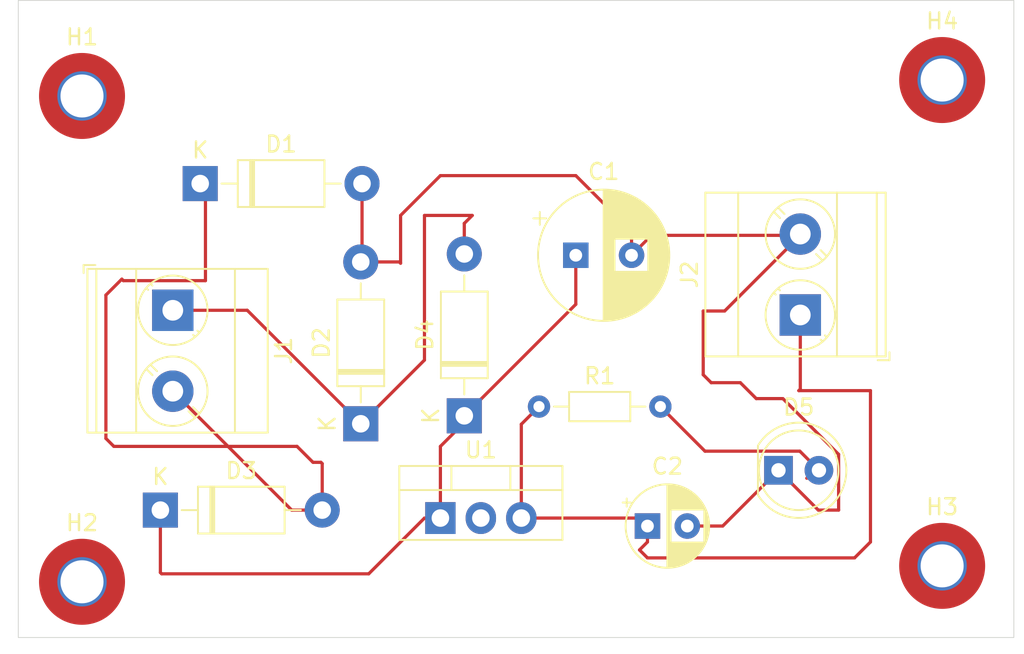
<source format=kicad_pcb>
(kicad_pcb (version 20240108) (generator "pcbnew") (generator_version "8.0")
  (layers (0 "F.Cu" signal) (31 "B.Cu" signal) (34 "B.Paste" user) (35 "F.Paste" user) (36 "B.SilkS" user "B.Silkscreen") (37 "F.SilkS" user "F.Silkscreen") (38 "B.Mask" user) (39 "F.Mask" user) (44 "Edge.Cuts" user))
  (net 0 "")
  (net 1 "Net-(D1-A)")
  (net 2 "Net-(D3-K)")
  (net 3 "Net-(J2-Pin_1)")
  (net 4 "Net-(D1-K)")
  (net 5 "Net-(D2-K)")
  (net 6 "Net-(D5-A)")
  (footprint "Resistor_THT:R_Axial_DIN0204_L3.6mm_D1.6mm_P7.62mm_Horizontal" (layer "F.Cu") (at 106.69 80.5)
    (property "Reference" "R1" (at 3.81 -1.92 0) (layer "F.SilkS"))
    (property "Value" "1k")
    (fp_line (start 0.94 0) (end 1.89 0) (stroke (width 0.12)) (layer "F.SilkS"))
    (fp_line (start 1.89 -0.92) (end 1.89 0.92) (stroke (width 0.12)) (layer "F.SilkS"))
    (fp_line (start 1.89 0.92) (end 5.73 0.92) (stroke (width 0.12)) (layer "F.SilkS"))
    (fp_line (start 5.73 -0.92) (end 1.89 -0.92) (stroke (width 0.12)) (layer "F.SilkS"))
    (fp_line (start 5.73 0.92) (end 5.73 -0.92) (stroke (width 0.12)) (layer "F.SilkS"))
    (fp_line (start 6.68 0) (end 5.73 0) (stroke (width 0.12)) (layer "F.SilkS"))
    (pad "1" thru_hole circle (at 0 0) (size 1.4 1.4) (drill 0.7) (layers "*.Cu" "*.Mask") (net 3 "Net-(J2-Pin_1)"))
    (pad "2" thru_hole oval (at 7.62 0) (size 1.4 1.4) (drill 0.7) (layers "*.Cu" "*.Mask") (net 6 "Net-(D5-A)"))
  )
  (footprint "MountingHole:MountingHole_2.7mm_M2.5_Pad_TopOnly" (layer "F.Cu") (at 132 90.5)
    (property "Reference" "H3" (at 0 -3.7 0) (layer "F.SilkS"))
    (property "Value" "MountingHole")
    (pad "1" thru_hole circle (at 0 0) (size 3.1 3.1) (drill 2.7) (layers "*.Cu" "*.Mask"))
    (pad "1" connect circle (at 0 0) (size 5.4 5.4) (layers "F.Cu" "F.Mask"))
  )
  (footprint "MountingHole:MountingHole_2.7mm_M2.5_Pad_TopOnly" (layer "F.Cu") (at 78 61)
    (property "Reference" "H1" (at 0 -3.7 0) (layer "F.SilkS"))
    (property "Value" "MountingHole")
    (pad "1" thru_hole circle (at 0 0) (size 3.1 3.1) (drill 2.7) (layers "*.Cu" "*.Mask"))
    (pad "1" connect circle (at 0 0) (size 5.4 5.4) (layers "F.Cu" "F.Mask"))
  )
  (footprint "Diode_THT:D_DO-41_SOD81_P10.16mm_Horizontal" (layer "F.Cu") (at 85.42 66.5)
    (property "Reference" "D1" (at 5.08 -2.47 0) (layer "F.SilkS"))
    (property "Value" "1N4007")
    (fp_line (start 1.34 0) (end 2.36 0) (stroke (width 0.12)) (layer "F.SilkS"))
    (fp_line (start 2.36 -1.47) (end 2.36 1.47) (stroke (width 0.12)) (layer "F.SilkS"))
    (fp_line (start 2.36 1.47) (end 7.8 1.47) (stroke (width 0.12)) (layer "F.SilkS"))
    (fp_line (start 3.14 -1.47) (end 3.14 1.47) (stroke (width 0.12)) (layer "F.SilkS"))
    (fp_line (start 3.26 -1.47) (end 3.26 1.47) (stroke (width 0.12)) (layer "F.SilkS"))
    (fp_line (start 3.38 -1.47) (end 3.38 1.47) (stroke (width 0.12)) (layer "F.SilkS"))
    (fp_line (start 7.8 -1.47) (end 2.36 -1.47) (stroke (width 0.12)) (layer "F.SilkS"))
    (fp_line (start 7.8 1.47) (end 7.8 -1.47) (stroke (width 0.12)) (layer "F.SilkS"))
    (fp_line (start 8.82 0) (end 7.8 0) (stroke (width 0.12)) (layer "F.SilkS"))
    (fp_text user "K" (at 0 -2.1 0) (layer "F.SilkS"))
    (pad "1" thru_hole rect (at 0 0) (size 2.2 2.2) (drill 1.1) (layers "*.Cu" "*.Mask") (net 4 "Net-(D1-K)"))
    (pad "2" thru_hole oval (at 10.16 0) (size 2.2 2.2) (drill 1.1) (layers "*.Cu" "*.Mask") (net 1 "Net-(D1-A)"))
  )
  (footprint "TerminalBlock_Phoenix:TerminalBlock_Phoenix_MKDS-3-2-5.08_1x02_P5.08mm_Horizontal" (layer "F.Cu") (at 83.7 74.455 -90)
    (property "Reference" "J1" (at 2.54 -6.96 90) (layer "F.SilkS"))
    (property "Value" "Screw_Terminal_01x02")
    (fp_line (start -2.84 5.6) (end -2.34 5.6) (stroke (width 0.12)) (layer "F.SilkS"))
    (fp_line (start -2.6 5.36) (end 7.68 5.36) (stroke (width 0.12)) (layer "F.SilkS"))
    (fp_line (start -2.84 4.86) (end -2.84 5.6) (stroke (width 0.12)) (layer "F.SilkS"))
    (fp_line (start -2.6 4.8) (end 7.68 4.8) (stroke (width 0.12)) (layer "F.SilkS"))
    (fp_line (start -2.6 2.3) (end 7.68 2.3) (stroke (width 0.12)) (layer "F.SilkS"))
    (fp_line (start -1.282 1.547) (end -1.388 1.654) (stroke (width 0.12)) (layer "F.SilkS"))
    (fp_line (start -1.548 1.281) (end -1.654 1.388) (stroke (width 0.12)) (layer "F.SilkS"))
    (fp_line (start 4.073 1.274) (end 3.693 1.654) (stroke (width 0.12)) (layer "F.SilkS"))
    (fp_line (start 3.822 0.992) (end 3.427 1.388) (stroke (width 0.12)) (layer "F.SilkS"))
    (fp_line (start 1.654 -1.388) (end 1.547 -1.281) (stroke (width 0.12)) (layer "F.SilkS"))
    (fp_line (start 6.734 -1.388) (end 6.339 -0.992) (stroke (width 0.12)) (layer "F.SilkS"))
    (fp_line (start 1.388 -1.654) (end 1.281 -1.547) (stroke (width 0.12)) (layer "F.SilkS"))
    (fp_line (start 6.468 -1.654) (end 6.088 -1.274) (stroke (width 0.12)) (layer "F.SilkS"))
    (fp_line (start -2.6 -3.9) (end 7.68 -3.9) (stroke (width 0.12)) (layer "F.SilkS"))
    (fp_line (start -2.6 -5.96) (end -2.6 5.36) (stroke (width 0.12)) (layer "F.SilkS"))
    (fp_line (start -2.6 -5.96) (end 7.68 -5.96) (stroke (width 0.12)) (layer "F.SilkS"))
    (fp_line (start 7.68 -5.96) (end 7.68 5.36) (stroke (width 0.12)) (layer "F.SilkS"))
    (fp_circle (center 0 0) (end 2.18 0) (stroke (width 0.12)) (fill none) (layer "F.SilkS"))
    (fp_circle (center 5.08 0) (end 7.26 0) (stroke (width 0.12)) (fill none) (layer "F.SilkS"))
    (pad "1" thru_hole rect (at 0 0 270) (size 2.6 2.6) (drill 1.3) (layers "*.Cu" "*.Mask") (net 5 "Net-(D2-K)"))
    (pad "2" thru_hole circle (at 5.08 0 270) (size 2.6 2.6) (drill 1.3) (layers "*.Cu" "*.Mask") (net 4 "Net-(D1-K)"))
  )
  (footprint "Diode_THT:D_DO-41_SOD81_P10.16mm_Horizontal" (layer "F.Cu") (at 82.92 87)
    (property "Reference" "D3" (at 5.08 -2.47 0) (layer "F.SilkS"))
    (property "Value" "1N4007")
    (fp_line (start 1.34 0) (end 2.36 0) (stroke (width 0.12)) (layer "F.SilkS"))
    (fp_line (start 2.36 -1.47) (end 2.36 1.47) (stroke (width 0.12)) (layer "F.SilkS"))
    (fp_line (start 2.36 1.47) (end 7.8 1.47) (stroke (width 0.12)) (layer "F.SilkS"))
    (fp_line (start 3.14 -1.47) (end 3.14 1.47) (stroke (width 0.12)) (layer "F.SilkS"))
    (fp_line (start 3.26 -1.47) (end 3.26 1.47) (stroke (width 0.12)) (layer "F.SilkS"))
    (fp_line (start 3.38 -1.47) (end 3.38 1.47) (stroke (width 0.12)) (layer "F.SilkS"))
    (fp_line (start 7.8 -1.47) (end 2.36 -1.47) (stroke (width 0.12)) (layer "F.SilkS"))
    (fp_line (start 7.8 1.47) (end 7.8 -1.47) (stroke (width 0.12)) (layer "F.SilkS"))
    (fp_line (start 8.82 0) (end 7.8 0) (stroke (width 0.12)) (layer "F.SilkS"))
    (fp_text user "K" (at 0 -2.1 0) (layer "F.SilkS"))
    (pad "1" thru_hole rect (at 0 0) (size 2.2 2.2) (drill 1.1) (layers "*.Cu" "*.Mask") (net 2 "Net-(D3-K)"))
    (pad "2" thru_hole oval (at 10.16 0) (size 2.2 2.2) (drill 1.1) (layers "*.Cu" "*.Mask") (net 4 "Net-(D1-K)"))
  )
  (footprint "Package_TO_SOT_THT:TO-220-3_Vertical" (layer "F.Cu") (at 100.5 87.5)
    (property "Reference" "U1" (at 2.54 -4.27 0) (layer "F.SilkS"))
    (property "Value" "LM7805_TO220")
    (fp_line (start -2.58 -3.27) (end -2.58 1.371) (stroke (width 0.12)) (layer "F.SilkS"))
    (fp_line (start -2.58 -3.27) (end 7.66 -3.27) (stroke (width 0.12)) (layer "F.SilkS"))
    (fp_line (start -2.58 -1.76) (end 7.66 -1.76) (stroke (width 0.12)) (layer "F.SilkS"))
    (fp_line (start -2.58 1.371) (end 7.66 1.371) (stroke (width 0.12)) (layer "F.SilkS"))
    (fp_line (start 0.69 -3.27) (end 0.69 -1.76) (stroke (width 0.12)) (layer "F.SilkS"))
    (fp_line (start 4.391 -3.27) (end 4.391 -1.76) (stroke (width 0.12)) (layer "F.SilkS"))
    (fp_line (start 7.66 -3.27) (end 7.66 1.371) (stroke (width 0.12)) (layer "F.SilkS"))
    (pad "1" thru_hole rect (at 0 0) (size 1.905 2) (drill 1.1) (layers "*.Cu" "*.Mask") (net 2 "Net-(D3-K)"))
    (pad "2" thru_hole oval (at 2.54 0) (size 1.905 2) (drill 1.1) (layers "*.Cu" "*.Mask"))
    (pad "3" thru_hole oval (at 5.08 0) (size 1.905 2) (drill 1.1) (layers "*.Cu" "*.Mask") (net 3 "Net-(J2-Pin_1)"))
  )
  (footprint "TerminalBlock_Phoenix:TerminalBlock_Phoenix_MKDS-3-2-5.08_1x02_P5.08mm_Horizontal" (layer "F.Cu") (at 123.095 74.75 90)
    (property "Reference" "J2" (at 2.54 -6.96 90) (layer "F.SilkS"))
    (property "Value" "Screw_Terminal_01x02")
    (fp_line (start 7.68 -5.96) (end 7.68 5.36) (stroke (width 0.12)) (layer "F.SilkS"))
    (fp_line (start -2.6 -5.96) (end 7.68 -5.96) (stroke (width 0.12)) (layer "F.SilkS"))
    (fp_line (start -2.6 -5.96) (end -2.6 5.36) (stroke (width 0.12)) (layer "F.SilkS"))
    (fp_line (start -2.6 -3.9) (end 7.68 -3.9) (stroke (width 0.12)) (layer "F.SilkS"))
    (fp_line (start 6.468 -1.654) (end 6.088 -1.274) (stroke (width 0.12)) (layer "F.SilkS"))
    (fp_line (start 1.388 -1.654) (end 1.281 -1.547) (stroke (width 0.12)) (layer "F.SilkS"))
    (fp_line (start 6.734 -1.388) (end 6.339 -0.992) (stroke (width 0.12)) (layer "F.SilkS"))
    (fp_line (start 1.654 -1.388) (end 1.547 -1.281) (stroke (width 0.12)) (layer "F.SilkS"))
    (fp_line (start 3.822 0.992) (end 3.427 1.388) (stroke (width 0.12)) (layer "F.SilkS"))
    (fp_line (start 4.073 1.274) (end 3.693 1.654) (stroke (width 0.12)) (layer "F.SilkS"))
    (fp_line (start -1.548 1.281) (end -1.654 1.388) (stroke (width 0.12)) (layer "F.SilkS"))
    (fp_line (start -1.282 1.547) (end -1.388 1.654) (stroke (width 0.12)) (layer "F.SilkS"))
    (fp_line (start -2.6 2.3) (end 7.68 2.3) (stroke (width 0.12)) (layer "F.SilkS"))
    (fp_line (start -2.6 4.8) (end 7.68 4.8) (stroke (width 0.12)) (layer "F.SilkS"))
    (fp_line (start -2.84 4.86) (end -2.84 5.6) (stroke (width 0.12)) (layer "F.SilkS"))
    (fp_line (start -2.6 5.36) (end 7.68 5.36) (stroke (width 0.12)) (layer "F.SilkS"))
    (fp_line (start -2.84 5.6) (end -2.34 5.6) (stroke (width 0.12)) (layer "F.SilkS"))
    (fp_circle (center 5.08 0) (end 7.26 0) (stroke (width 0.12)) (fill none) (layer "F.SilkS"))
    (fp_circle (center 0 0) (end 2.18 0) (stroke (width 0.12)) (fill none) (layer "F.SilkS"))
    (pad "1" thru_hole rect (at 0 0 90) (size 2.6 2.6) (drill 1.3) (layers "*.Cu" "*.Mask") (net 3 "Net-(J2-Pin_1)"))
    (pad "2" thru_hole circle (at 5.08 0 90) (size 2.6 2.6) (drill 1.3) (layers "*.Cu" "*.Mask") (net 1 "Net-(D1-A)"))
  )
  (footprint "MountingHole:MountingHole_2.7mm_M2.5_Pad_TopOnly" (layer "F.Cu") (at 132 60)
    (property "Reference" "H4" (at 0 -3.7 0) (layer "F.SilkS"))
    (property "Value" "MountingHole")
    (pad "1" thru_hole circle (at 0 0) (size 3.1 3.1) (drill 2.7) (layers "*.Cu" "*.Mask"))
    (pad "1" connect circle (at 0 0) (size 5.4 5.4) (layers "F.Cu" "F.Mask"))
  )
  (footprint "Diode_THT:D_DO-41_SOD81_P10.16mm_Horizontal" (layer "F.Cu") (at 95.5 81.58 90)
    (property "Reference" "D2" (at 5.08 -2.47 90) (layer "F.SilkS"))
    (property "Value" "1N4007")
    (fp_line (start 7.8 -1.47) (end 2.36 -1.47) (stroke (width 0.12)) (layer "F.SilkS"))
    (fp_line (start 3.38 -1.47) (end 3.38 1.47) (stroke (width 0.12)) (layer "F.SilkS"))
    (fp_line (start 3.26 -1.47) (end 3.26 1.47) (stroke (width 0.12)) (layer "F.SilkS"))
    (fp_line (start 3.14 -1.47) (end 3.14 1.47) (stroke (width 0.12)) (layer "F.SilkS"))
    (fp_line (start 2.36 -1.47) (end 2.36 1.47) (stroke (width 0.12)) (layer "F.SilkS"))
    (fp_line (start 8.82 0) (end 7.8 0) (stroke (width 0.12)) (layer "F.SilkS"))
    (fp_line (start 1.34 0) (end 2.36 0) (stroke (width 0.12)) (layer "F.SilkS"))
    (fp_line (start 7.8 1.47) (end 7.8 -1.47) (stroke (width 0.12)) (layer "F.SilkS"))
    (fp_line (start 2.36 1.47) (end 7.8 1.47) (stroke (width 0.12)) (layer "F.SilkS"))
    (fp_text user "K" (at 0 -2.1 90) (layer "F.SilkS"))
    (pad "1" thru_hole rect (at 0 0 90) (size 2.2 2.2) (drill 1.1) (layers "*.Cu" "*.Mask") (net 5 "Net-(D2-K)"))
    (pad "2" thru_hole oval (at 10.16 0 90) (size 2.2 2.2) (drill 1.1) (layers "*.Cu" "*.Mask") (net 1 "Net-(D1-A)"))
  )
  (footprint "Capacitor_THT:CP_Radial_D8.0mm_P3.50mm" (layer "F.Cu") (at 109 71)
    (property "Reference" "C1" (at 1.75 -5.25 0) (layer "F.SilkS"))
    (property "Value" "470 uf 25v")
    (fp_line (start -2.659698 -2.315) (end -1.859698 -2.315) (stroke (width 0.12)) (layer "F.SilkS"))
    (fp_line (start -2.259698 -2.715) (end -2.259698 -1.915) (stroke (width 0.12)) (layer "F.SilkS"))
    (fp_line (start 1.75 -4.08) (end 1.75 4.08) (stroke (width 0.12)) (layer "F.SilkS"))
    (fp_line (start 1.79 -4.08) (end 1.79 4.08) (stroke (width 0.12)) (layer "F.SilkS"))
    (fp_line (start 1.83 -4.08) (end 1.83 4.08) (stroke (width 0.12)) (layer "F.SilkS"))
    (fp_line (start 1.87 -4.079) (end 1.87 4.079) (stroke (width 0.12)) (layer "F.SilkS"))
    (fp_line (start 1.91 -4.077) (end 1.91 4.077) (stroke (width 0.12)) (layer "F.SilkS"))
    (fp_line (start 1.95 -4.076) (end 1.95 4.076) (stroke (width 0.12)) (layer "F.SilkS"))
    (fp_line (start 1.99 -4.074) (end 1.99 4.074) (stroke (width 0.12)) (layer "F.SilkS"))
    (fp_line (start 2.03 -4.071) (end 2.03 4.071) (stroke (width 0.12)) (layer "F.SilkS"))
    (fp_line (start 2.07 -4.068) (end 2.07 4.068) (stroke (width 0.12)) (layer "F.SilkS"))
    (fp_line (start 2.11 -4.065) (end 2.11 4.065) (stroke (width 0.12)) (layer "F.SilkS"))
    (fp_line (start 2.15 -4.061) (end 2.15 4.061) (stroke (width 0.12)) (layer "F.SilkS"))
    (fp_line (start 2.19 -4.057) (end 2.19 4.057) (stroke (width 0.12)) (layer "F.SilkS"))
    (fp_line (start 2.23 -4.052) (end 2.23 4.052) (stroke (width 0.12)) (layer "F.SilkS"))
    (fp_line (start 2.27 -4.048) (end 2.27 4.048) (stroke (width 0.12)) (layer "F.SilkS"))
    (fp_line (start 2.31 -4.042) (end 2.31 4.042) (stroke (width 0.12)) (layer "F.SilkS"))
    (fp_line (start 2.35 -4.037) (end 2.35 4.037) (stroke (width 0.12)) (layer "F.SilkS"))
    (fp_line (start 2.39 -4.03) (end 2.39 4.03) (stroke (width 0.12)) (layer "F.SilkS"))
    (fp_line (start 2.43 -4.024) (end 2.43 4.024) (stroke (width 0.12)) (layer "F.SilkS"))
    (fp_line (start 2.471 -4.017) (end 2.471 -1.04) (stroke (width 0.12)) (layer "F.SilkS"))
    (fp_line (start 2.471 1.04) (end 2.471 4.017) (stroke (width 0.12)) (layer "F.SilkS"))
    (fp_line (start 2.511 -4.01) (end 2.511 -1.04) (stroke (width 0.12)) (layer "F.SilkS"))
    (fp_line (start 2.511 1.04) (end 2.511 4.01) (stroke (width 0.12)) (layer "F.SilkS"))
    (fp_line (start 2.551 -4.002) (end 2.551 -1.04) (stroke (width 0.12)) (layer "F.SilkS"))
    (fp_line (start 2.551 1.04) (end 2.551 4.002) (stroke (width 0.12)) (layer "F.SilkS"))
    (fp_line (start 2.591 -3.994) (end 2.591 -1.04) (stroke (width 0.12)) (layer "F.SilkS"))
    (fp_line (start 2.591 1.04) (end 2.591 3.994) (stroke (width 0.12)) (layer "F.SilkS"))
    (fp_line (start 2.631 -3.985) (end 2.631 -1.04) (stroke (width 0.12)) (layer "F.SilkS"))
    (fp_line (start 2.631 1.04) (end 2.631 3.985) (stroke (width 0.12)) (layer "F.SilkS"))
    (fp_line (start 2.671 -3.976) (end 2.671 -1.04) (stroke (width 0.12)) (layer "F.SilkS"))
    (fp_line (start 2.671 1.04) (end 2.671 3.976) (stroke (width 0.12)) (layer "F.SilkS"))
    (fp_line (start 2.711 -3.967) (end 2.711 -1.04) (stroke (width 0.12)) (layer "F.SilkS"))
    (fp_line (start 2.711 1.04) (end 2.711 3.967) (stroke (width 0.12)) (layer "F.SilkS"))
    (fp_line (start 2.751 -3.957) (end 2.751 -1.04) (stroke (width 0.12)) (layer "F.SilkS"))
    (fp_line (start 2.751 1.04) (end 2.751 3.957) (stroke (width 0.12)) (layer "F.SilkS"))
    (fp_line (start 2.791 -3.947) (end 2.791 -1.04) (stroke (width 0.12)) (layer "F.SilkS"))
    (fp_line (start 2.791 1.04) (end 2.791 3.947) (stroke (width 0.12)) (layer "F.SilkS"))
    (fp_line (start 2.831 -3.936) (end 2.831 -1.04) (stroke (width 0.12)) (layer "F.SilkS"))
    (fp_line (start 2.831 1.04) (end 2.831 3.936) (stroke (width 0.12)) (layer "F.SilkS"))
    (fp_line (start 2.871 -3.925) (end 2.871 -1.04) (stroke (width 0.12)) (layer "F.SilkS"))
    (fp_line (start 2.871 1.04) (end 2.871 3.925) (stroke (width 0.12)) (layer "F.SilkS"))
    (fp_line (start 2.911 -3.914) (end 2.911 -1.04) (stroke (width 0.12)) (layer "F.SilkS"))
    (fp_line (start 2.911 1.04) (end 2.911 3.914) (stroke (width 0.12)) (layer "F.SilkS"))
    (fp_line (start 2.951 -3.902) (end 2.951 -1.04) (stroke (width 0.12)) (layer "F.SilkS"))
    (fp_line (start 2.951 1.04) (end 2.951 3.902) (stroke (width 0.12)) (layer "F.SilkS"))
    (fp_line (start 2.991 -3.889) (end 2.991 -1.04) (stroke (width 0.12)) (layer "F.SilkS"))
    (fp_line (start 2.991 1.04) (end 2.991 3.889) (stroke (width 0.12)) (layer "F.SilkS"))
    (fp_line (start 3.031 -3.877) (end 3.031 -1.04) (stroke (width 0.12)) (layer "F.SilkS"))
    (fp_line (start 3.031 1.04) (end 3.031 3.877) (stroke (width 0.12)) (layer "F.SilkS"))
    (fp_line (start 3.071 -3.863) (end 3.071 -1.04) (stroke (width 0.12)) (layer "F.SilkS"))
    (fp_line (start 3.071 1.04) (end 3.071 3.863) (stroke (width 0.12)) (layer "F.SilkS"))
    (fp_line (start 3.111 -3.85) (end 3.111 -1.04) (stroke (width 0.12)) (layer "F.SilkS"))
    (fp_line (start 3.111 1.04) (end 3.111 3.85) (stroke (width 0.12)) (layer "F.SilkS"))
    (fp_line (start 3.151 -3.835) (end 3.151 -1.04) (stroke (width 0.12)) (layer "F.SilkS"))
    (fp_line (start 3.151 1.04) (end 3.151 3.835) (stroke (width 0.12)) (layer "F.SilkS"))
    (fp_line (start 3.191 -3.821) (end 3.191 -1.04) (stroke (width 0.12)) (layer "F.SilkS"))
    (fp_line (start 3.191 1.04) (end 3.191 3.821) (stroke (width 0.12)) (layer "F.SilkS"))
    (fp_line (start 3.231 -3.805) (end 3.231 -1.04) (stroke (width 0.12)) (layer "F.SilkS"))
    (fp_line (start 3.231 1.04) (end 3.231 3.805) (stroke (width 0.12)) (layer "F.SilkS"))
    (fp_line (start 3.271 -3.79) (end 3.271 -1.04) (stroke (width 0.12)) (layer "F.SilkS"))
    (fp_line (start 3.271 1.04) (end 3.271 3.79) (stroke (width 0.12)) (layer "F.SilkS"))
    (fp_line (start 3.311 -3.774) (end 3.311 -1.04) (stroke (width 0.12)) (layer "F.SilkS"))
    (fp_line (start 3.311 1.04) (end 3.311 3.774) (stroke (width 0.12)) (layer "F.SilkS"))
    (fp_line (start 3.351 -3.757) (end 3.351 -1.04) (stroke (width 0.12)) (layer "F.SilkS"))
    (fp_line (start 3.351 1.04) (end 3.351 3.757) (stroke (width 0.12)) (layer "F.SilkS"))
    (fp_line (start 3.391 -3.74) (end 3.391 -1.04) (stroke (width 0.12)) (layer "F.SilkS"))
    (fp_line (start 3.391 1.04) (end 3.391 3.74) (stroke (width 0.12)) (layer "F.SilkS"))
    (fp_line (start 3.431 -3.722) (end 3.431 -1.04) (stroke (width 0.12)) (layer "F.SilkS"))
    (fp_line (start 3.431 1.04) (end 3.431 3.722) (stroke (width 0.12)) (layer "F.SilkS"))
    (fp_line (start 3.471 -3.704) (end 3.471 -1.04) (stroke (width 0.12)) (layer "F.SilkS"))
    (fp_line (start 3.471 1.04) (end 3.471 3.704) (stroke (width 0.12)) (layer "F.SilkS"))
    (fp_line (start 3.511 -3.686) (end 3.511 -1.04) (stroke (width 0.12)) (layer "F.SilkS"))
    (fp_line (start 3.511 1.04) (end 3.511 3.686) (stroke (width 0.12)) (layer "F.SilkS"))
    (fp_line (start 3.551 -3.666) (end 3.551 -1.04) (stroke (width 0.12)) (layer "F.SilkS"))
    (fp_line (start 3.551 1.04) (end 3.551 3.666) (stroke (width 0.12)) (layer "F.SilkS"))
    (fp_line (start 3.591 -3.647) (end 3.591 -1.04) (stroke (width 0.12)) (layer "F.SilkS"))
    (fp_line (start 3.591 1.04) (end 3.591 3.647) (stroke (width 0.12)) (layer "F.SilkS"))
    (fp_line (start 3.631 -3.627) (end 3.631 -1.04) (stroke (width 0.12)) (layer "F.SilkS"))
    (fp_line (start 3.631 1.04) (end 3.631 3.627) (stroke (width 0.12)) (layer "F.SilkS"))
    (fp_line (start 3.671 -3.606) (end 3.671 -1.04) (stroke (width 0.12)) (layer "F.SilkS"))
    (fp_line (start 3.671 1.04) (end 3.671 3.606) (stroke (width 0.12)) (layer "F.SilkS"))
    (fp_line (start 3.711 -3.584) (end 3.711 -1.04) (stroke (width 0.12)) (layer "F.SilkS"))
    (fp_line (start 3.711 1.04) (end 3.711 3.584) (stroke (width 0.12)) (layer "F.SilkS"))
    (fp_line (start 3.751 -3.562) (end 3.751 -1.04) (stroke (width 0.12)) (layer "F.SilkS"))
    (fp_line (start 3.751 1.04) (end 3.751 3.562) (stroke (width 0.12)) (layer "F.SilkS"))
    (fp_line (start 3.791 -3.54) (end 3.791 -1.04) (stroke (width 0.12)) (layer "F.SilkS"))
    (fp_line (start 3.791 1.04) (end 3.791 3.54) (stroke (width 0.12)) (layer "F.SilkS"))
    (fp_line (start 3.831 -3.517) (end 3.831 -1.04) (stroke (width 0.12)) (layer "F.SilkS"))
    (fp_line (start 3.831 1.04) (end 3.831 3.517) (stroke (width 0.12)) (layer "F.SilkS"))
    (fp_line (start 3.871 -3.493) (end 3.871 -1.04) (stroke (width 0.12)) (layer "F.SilkS"))
    (fp_line (start 3.871 1.04) (end 3.871 3.493) (stroke (width 0.12)) (layer "F.SilkS"))
    (fp_line (start 3.911 -3.469) (end 3.911 -1.04) (stroke (width 0.12)) (layer "F.SilkS"))
    (fp_line (start 3.911 1.04) (end 3.911 3.469) (stroke (width 0.12)) (layer "F.SilkS"))
    (fp_line (start 3.951 -3.444) (end 3.951 -1.04) (stroke (width 0.12)) (layer "F.SilkS"))
    (fp_line (start 3.951 1.04) (end 3.951 3.444) (stroke (width 0.12)) (layer "F.SilkS"))
    (fp_line (start 3.991 -3.418) (end 3.991 -1.04) (stroke (width 0.12)) (layer "F.SilkS"))
    (fp_line (start 3.991 1.04) (end 3.991 3.418) (stroke (width 0.12)) (layer "F.SilkS"))
    (fp_line (start 4.031 -3.392) (end 4.031 -1.04) (stroke (width 0.12)) (layer "F.SilkS"))
    (fp_line (start 4.031 1.04) (end 4.031 3.392) (stroke (width 0.12)) (layer "F.SilkS"))
    (fp_line (start 4.071 -3.365) (end 4.071 -1.04) (stroke (width 0.12)) (layer "F.SilkS"))
    (fp_line (start 4.071 1.04) (end 4.071 3.365) (stroke (width 0.12)) (layer "F.SilkS"))
    (fp_line (start 4.111 -3.338) (end 4.111 -1.04) (stroke (width 0.12)) (layer "F.SilkS"))
    (fp_line (start 4.111 1.04) (end 4.111 3.338) (stroke (width 0.12)) (layer "F.SilkS"))
    (fp_line (start 4.151 -3.309) (end 4.151 -1.04) (stroke (width 0.12)) (layer "F.SilkS"))
    (fp_line (start 4.151 1.04) (end 4.151 3.309) (stroke (width 0.12)) (layer "F.SilkS"))
    (fp_line (start 4.191 -3.28) (end 4.191 -1.04) (stroke (width 0.12)) (layer "F.SilkS"))
    (fp_line (start 4.191 1.04) (end 4.191 3.28) (stroke (width 0.12)) (layer "F.SilkS"))
    (fp_line (start 4.231 -3.25) (end 4.231 -1.04) (stroke (width 0.12)) (layer "F.SilkS"))
    (fp_line (start 4.231 1.04) (end 4.231 3.25) (stroke (width 0.12)) (layer "F.SilkS"))
    (fp_line (start 4.271 -3.22) (end 4.271 -1.04) (stroke (width 0.12)) (layer "F.SilkS"))
    (fp_line (start 4.271 1.04) (end 4.271 3.22) (stroke (width 0.12)) (layer "F.SilkS"))
    (fp_line (start 4.311 -3.189) (end 4.311 -1.04) (stroke (width 0.12)) (layer "F.SilkS"))
    (fp_line (start 4.311 1.04) (end 4.311 3.189) (stroke (width 0.12)) (layer "F.SilkS"))
    (fp_line (start 4.351 -3.156) (end 4.351 -1.04) (stroke (width 0.12)) (layer "F.SilkS"))
    (fp_line (start 4.351 1.04) (end 4.351 3.156) (stroke (width 0.12)) (layer "F.SilkS"))
    (fp_line (start 4.391 -3.124) (end 4.391 -1.04) (stroke (width 0.12)) (layer "F.SilkS"))
    (fp_line (start 4.391 1.04) (end 4.391 3.124) (stroke (width 0.12)) (layer "F.SilkS"))
    (fp_line (start 4.431 -3.09) (end 4.431 -1.04) (stroke (width 0.12)) (layer "F.SilkS"))
    (fp_line (start 4.431 1.04) (end 4.431 3.09) (stroke (width 0.12)) (layer "F.SilkS"))
    (fp_line (start 4.471 -3.055) (end 4.471 -1.04) (stroke (width 0.12)) (layer "F.SilkS"))
    (fp_line (start 4.471 1.04) (end 4.471 3.055) (stroke (width 0.12)) (layer "F.SilkS"))
    (fp_line (start 4.511 -3.019) (end 4.511 -1.04) (stroke (width 0.12)) (layer "F.SilkS"))
    (fp_line (start 4.511 1.04) (end 4.511 3.019) (stroke (width 0.12)) (layer "F.SilkS"))
    (fp_line (start 4.551 -2.983) (end 4.551 2.983) (stroke (width 0.12)) (layer "F.SilkS"))
    (fp_line (start 4.591 -2.945) (end 4.591 2.945) (stroke (width 0.12)) (layer "F.SilkS"))
    (fp_line (start 4.631 -2.907) (end 4.631 2.907) (stroke (width 0.12)) (layer "F.SilkS"))
    (fp_line (start 4.671 -2.867) (end 4.671 2.867) (stroke (width 0.12)) (layer "F.SilkS"))
    (fp_line (start 4.711 -2.826) (end 4.711 2.826) (stroke (width 0.12)) (layer "F.SilkS"))
    (fp_line (start 4.751 -2.784) (end 4.751 2.784) (stroke (width 0.12)) (layer "F.SilkS"))
    (fp_line (start 4.791 -2.741) (end 4.791 2.741) (stroke (width 0.12)) (layer "F.SilkS"))
    (fp_line (start 4.831 -2.697) (end 4.831 2.697) (stroke (width 0.12)) (layer "F.SilkS"))
    (fp_line (start 4.871 -2.651) (end 4.871 2.651) (stroke (width 0.12)) (layer "F.SilkS"))
    (fp_line (start 4.911 -2.604) (end 4.911 2.604) (stroke (width 0.12)) (layer "F.SilkS"))
    (fp_line (start 4.951 -2.556) (end 4.951 2.556) (stroke (width 0.12)) (layer "F.SilkS"))
    (fp_line (start 4.991 -2.505) (end 4.991 2.505) (stroke (width 0.12)) (layer "F.SilkS"))
    (fp_line (start 5.031 -2.454) (end 5.031 2.454) (stroke (width 0.12)) (layer "F.SilkS"))
    (fp_line (start 5.071 -2.4) (end 5.071 2.4) (stroke (width 0.12)) (layer "F.SilkS"))
    (fp_line (start 5.111 -2.345) (end 5.111 2.345) (stroke (width 0.12)) (layer "F.SilkS"))
    (fp_line (start 5.151 -2.287) (end 5.151 2.287) (stroke (width 0.12)) (layer "F.SilkS"))
    (fp_line (start 5.191 -2.228) (end 5.191 2.228) (stroke (width 0.12)) (layer "F.SilkS"))
    (fp_line (start 5.231 -2.166) (end 5.231 2.166) (stroke (width 0.12)) (layer "F.SilkS"))
    (fp_line (start 5.271 -2.102) (end 5.271 2.102) (stroke (width 0.12)) (layer "F.SilkS"))
    (fp_line (start 5.311 -2.034) (end 5.311 2.034) (stroke (width 0.12)) (layer "F.SilkS"))
    (fp_line (start 5.351 -1.964) (end 5.351 1.964) (stroke (width 0.12)) (layer "F.SilkS"))
    (fp_line (start 5.391 -1.89) (end 5.391 1.89) (stroke (width 0.12)) (layer "F.SilkS"))
    (fp_line (start 5.431 -1.813) (end 5.431 1.813) (stroke (width 0.12)) (layer "F.SilkS"))
    (fp_line (start 5.471 -1.731) (end 5.471 1.731) (stroke (width 0.12)) (layer "F.SilkS"))
    (fp_line (start 5.511 -1.645) (end 5.511 1.645) (stroke (width 0.12)) (layer "F.SilkS"))
    (fp_line (start 5.551 -1.552) (end 5.551 1.552) (stroke (width 0.12)) (layer "F.SilkS"))
    (fp_line (start 5.591 -1.453) (end 5.591 1.453) (stroke (width 0.12)) (layer "F.SilkS"))
    (fp_line (start 5.631 -1.346) (end 5.631 1.346) (stroke (width 0.12)) (layer "F.SilkS"))
    (fp_line (start 5.671 -1.229) (end 5.671 1.229) (stroke (width 0.12)) (layer "F.SilkS"))
    (fp_line (start 5.711 -1.098) (end 5.711 1.098) (stroke (width 0.12)) (layer "F.SilkS"))
    (fp_line (start 5.751 -0.948) (end 5.751 0.948) (stroke (width 0.12)) (layer "F.SilkS"))
    (fp_line (start 5.791 -0.768) (end 5.791 0.768) (stroke (width 0.12)) (layer "F.SilkS"))
    (fp_line (start 5.831 -0.533) (end 5.831 0.533) (stroke (width 0.12)) (layer "F.SilkS"))
    (fp_circle (center 1.75 0) (end 5.87 0) (stroke (width 0.12)) (fill none) (layer "F.SilkS"))
    (pad "1" thru_hole rect (at 0 0) (size 1.6 1.6) (drill 0.8) (layers "*.Cu" "*.Mask") (net 2 "Net-(D3-K)"))
    (pad "2" thru_hole circle (at 3.5 0) (size 1.6 1.6) (drill 0.8) (layers "*.Cu" "*.Mask") (net 1 "Net-(D1-A)"))
  )
  (footprint "Capacitor_THT:CP_Radial_D5.0mm_P2.50mm" (layer "F.Cu") (at 113.5 88)
    (property "Reference" "C2" (at 1.25 -3.75 0) (layer "F.SilkS"))
    (property "Value" "100 uf")
    (fp_line (start -1.554775 -1.475) (end -1.054775 -1.475) (stroke (width 0.12)) (layer "F.SilkS"))
    (fp_line (start -1.304775 -1.725) (end -1.304775 -1.225) (stroke (width 0.12)) (layer "F.SilkS"))
    (fp_line (start 1.25 -2.58) (end 1.25 2.58) (stroke (width 0.12)) (layer "F.SilkS"))
    (fp_line (start 1.29 -2.58) (end 1.29 2.58) (stroke (width 0.12)) (layer "F.SilkS"))
    (fp_line (start 1.33 -2.579) (end 1.33 2.579) (stroke (width 0.12)) (layer "F.SilkS"))
    (fp_line (start 1.37 -2.578) (end 1.37 2.578) (stroke (width 0.12)) (layer "F.SilkS"))
    (fp_line (start 1.41 -2.576) (end 1.41 2.576) (stroke (width 0.12)) (layer "F.SilkS"))
    (fp_line (start 1.45 -2.573) (end 1.45 2.573) (stroke (width 0.12)) (layer "F.SilkS"))
    (fp_line (start 1.49 -2.569) (end 1.49 -1.04) (stroke (width 0.12)) (layer "F.SilkS"))
    (fp_line (start 1.49 1.04) (end 1.49 2.569) (stroke (width 0.12)) (layer "F.SilkS"))
    (fp_line (start 1.53 -2.565) (end 1.53 -1.04) (stroke (width 0.12)) (layer "F.SilkS"))
    (fp_line (start 1.53 1.04) (end 1.53 2.565) (stroke (width 0.12)) (layer "F.SilkS"))
    (fp_line (start 1.57 -2.561) (end 1.57 -1.04) (stroke (width 0.12)) (layer "F.SilkS"))
    (fp_line (start 1.57 1.04) (end 1.57 2.561) (stroke (width 0.12)) (layer "F.SilkS"))
    (fp_line (start 1.61 -2.556) (end 1.61 -1.04) (stroke (width 0.12)) (layer "F.SilkS"))
    (fp_line (start 1.61 1.04) (end 1.61 2.556) (stroke (width 0.12)) (layer "F.SilkS"))
    (fp_line (start 1.65 -2.55) (end 1.65 -1.04) (stroke (width 0.12)) (layer "F.SilkS"))
    (fp_line (start 1.65 1.04) (end 1.65 2.55) (stroke (width 0.12)) (layer "F.SilkS"))
    (fp_line (start 1.69 -2.543) (end 1.69 -1.04) (stroke (width 0.12)) (layer "F.SilkS"))
    (fp_line (start 1.69 1.04) (end 1.69 2.543) (stroke (width 0.12)) (layer "F.SilkS"))
    (fp_line (start 1.73 -2.536) (end 1.73 -1.04) (stroke (width 0.12)) (layer "F.SilkS"))
    (fp_line (start 1.73 1.04) (end 1.73 2.536) (stroke (width 0.12)) (layer "F.SilkS"))
    (fp_line (start 1.77 -2.528) (end 1.77 -1.04) (stroke (width 0.12)) (layer "F.SilkS"))
    (fp_line (start 1.77 1.04) (end 1.77 2.528) (stroke (width 0.12)) (layer "F.SilkS"))
    (fp_line (start 1.81 -2.52) (end 1.81 -1.04) (stroke (width 0.12)) (layer "F.SilkS"))
    (fp_line (start 1.81 1.04) (end 1.81 2.52) (stroke (width 0.12)) (layer "F.SilkS"))
    (fp_line (start 1.85 -2.511) (end 1.85 -1.04) (stroke (width 0.12)) (layer "F.SilkS"))
    (fp_line (start 1.85 1.04) (end 1.85 2.511) (stroke (width 0.12)) (layer "F.SilkS"))
    (fp_line (start 1.89 -2.501) (end 1.89 -1.04) (stroke (width 0.12)) (layer "F.SilkS"))
    (fp_line (start 1.89 1.04) (end 1.89 2.501) (stroke (width 0.12)) (layer "F.SilkS"))
    (fp_line (start 1.93 -2.491) (end 1.93 -1.04) (stroke (width 0.12)) (layer "F.SilkS"))
    (fp_line (start 1.93 1.04) (end 1.93 2.491) (stroke (width 0.12)) (layer "F.SilkS"))
    (fp_line (start 1.971 -2.48) (end 1.971 -1.04) (stroke (width 0.12)) (layer "F.SilkS"))
    (fp_line (start 1.971 1.04) (end 1.971 2.48) (stroke (width 0.12)) (layer "F.SilkS"))
    (fp_line (start 2.011 -2.468) (end 2.011 -1.04) (stroke (width 0.12)) (layer "F.SilkS"))
    (fp_line (start 2.011 1.04) (end 2.011 2.468) (stroke (width 0.12)) (layer "F.SilkS"))
    (fp_line (start 2.051 -2.455) (end 2.051 -1.04) (stroke (width 0.12)) (layer "F.SilkS"))
    (fp_line (start 2.051 1.04) (end 2.051 2.455) (stroke (width 0.12)) (layer "F.SilkS"))
    (fp_line (start 2.091 -2.442) (end 2.091 -1.04) (stroke (width 0.12)) (layer "F.SilkS"))
    (fp_line (start 2.091 1.04) (end 2.091 2.442) (stroke (width 0.12)) (layer "F.SilkS"))
    (fp_line (start 2.131 -2.428) (end 2.131 -1.04) (stroke (width 0.12)) (layer "F.SilkS"))
    (fp_line (start 2.131 1.04) (end 2.131 2.428) (stroke (width 0.12)) (layer "F.SilkS"))
    (fp_line (start 2.171 -2.414) (end 2.171 -1.04) (stroke (width 0.12)) (layer "F.SilkS"))
    (fp_line (start 2.171 1.04) (end 2.171 2.414) (stroke (width 0.12)) (layer "F.SilkS"))
    (fp_line (start 2.211 -2.398) (end 2.211 -1.04) (stroke (width 0.12)) (layer "F.SilkS"))
    (fp_line (start 2.211 1.04) (end 2.211 2.398) (stroke (width 0.12)) (layer "F.SilkS"))
    (fp_line (start 2.251 -2.382) (end 2.251 -1.04) (stroke (width 0.12)) (layer "F.SilkS"))
    (fp_line (start 2.251 1.04) (end 2.251 2.382) (stroke (width 0.12)) (layer "F.SilkS"))
    (fp_line (start 2.291 -2.365) (end 2.291 -1.04) (stroke (width 0.12)) (layer "F.SilkS"))
    (fp_line (start 2.291 1.04) (end 2.291 2.365) (stroke (width 0.12)) (layer "F.SilkS"))
    (fp_line (start 2.331 -2.348) (end 2.331 -1.04) (stroke (width 0.12)) (layer "F.SilkS"))
    (fp_line (start 2.331 1.04) (end 2.331 2.348) (stroke (width 0.12)) (layer "F.SilkS"))
    (fp_line (start 2.371 -2.329) (end 2.371 -1.04) (stroke (width 0.12)) (layer "F.SilkS"))
    (fp_line (start 2.371 1.04) (end 2.371 2.329) (stroke (width 0.12)) (layer "F.SilkS"))
    (fp_line (start 2.411 -2.31) (end 2.411 -1.04) (stroke (width 0.12)) (layer "F.SilkS"))
    (fp_line (start 2.411 1.04) (end 2.411 2.31) (stroke (width 0.12)) (layer "F.SilkS"))
    (fp_line (start 2.451 -2.29) (end 2.451 -1.04) (stroke (width 0.12)) (layer "F.SilkS"))
    (fp_line (start 2.451 1.04) (end 2.451 2.29) (stroke (width 0.12)) (layer "F.SilkS"))
    (fp_line (start 2.491 -2.268) (end 2.491 -1.04) (stroke (width 0.12)) (layer "F.SilkS"))
    (fp_line (start 2.491 1.04) (end 2.491 2.268) (stroke (width 0.12)) (layer "F.SilkS"))
    (fp_line (start 2.531 -2.247) (end 2.531 -1.04) (stroke (width 0.12)) (layer "F.SilkS"))
    (fp_line (start 2.531 1.04) (end 2.531 2.247) (stroke (width 0.12)) (layer "F.SilkS"))
    (fp_line (start 2.571 -2.224) (end 2.571 -1.04) (stroke (width 0.12)) (layer "F.SilkS"))
    (fp_line (start 2.571 1.04) (end 2.571 2.224) (stroke (width 0.12)) (layer "F.SilkS"))
    (fp_line (start 2.611 -2.2) (end 2.611 -1.04) (stroke (width 0.12)) (layer "F.SilkS"))
    (fp_line (start 2.611 1.04) (end 2.611 2.2) (stroke (width 0.12)) (layer "F.SilkS"))
    (fp_line (start 2.651 -2.175) (end 2.651 -1.04) (stroke (width 0.12)) (layer "F.SilkS"))
    (fp_line (start 2.651 1.04) (end 2.651 2.175) (stroke (width 0.12)) (layer "F.SilkS"))
    (fp_line (start 2.691 -2.149) (end 2.691 -1.04) (stroke (width 0.12)) (layer "F.SilkS"))
    (fp_line (start 2.691 1.04) (end 2.691 2.149) (stroke (width 0.12)) (layer "F.SilkS"))
    (fp_line (start 2.731 -2.122) (end 2.731 -1.04) (stroke (width 0.12)) (layer "F.SilkS"))
    (fp_line (start 2.731 1.04) (end 2.731 2.122) (stroke (width 0.12)) (layer "F.SilkS"))
    (fp_line (start 2.771 -2.095) (end 2.771 -1.04) (stroke (width 0.12)) (layer "F.SilkS"))
    (fp_line (start 2.771 1.04) (end 2.771 2.095) (stroke (width 0.12)) (layer "F.SilkS"))
    (fp_line (start 2.811 -2.065) (end 2.811 -1.04) (stroke (width 0.12)) (layer "F.SilkS"))
    (fp_line (start 2.811 1.04) (end 2.811 2.065) (stroke (width 0.12)) (layer "F.SilkS"))
    (fp_line (start 2.851 -2.035) (end 2.851 -1.04) (stroke (width 0.12)) (layer "F.SilkS"))
    (fp_line (start 2.851 1.04) (end 2.851 2.035) (stroke (width 0.12)) (layer "F.SilkS"))
    (fp_line (start 2.891 -2.004) (end 2.891 -1.04) (stroke (width 0.12)) (layer "F.SilkS"))
    (fp_line (start 2.891 1.04) (end 2.891 2.004) (stroke (width 0.12)) (layer "F.SilkS"))
    (fp_line (start 2.931 -1.971) (end 2.931 -1.04) (stroke (width 0.12)) (layer "F.SilkS"))
    (fp_line (start 2.931 1.04) (end 2.931 1.971) (stroke (width 0.12)) (layer "F.SilkS"))
    (fp_line (start 2.971 -1.937) (end 2.971 -1.04) (stroke (width 0.12)) (layer "F.SilkS"))
    (fp_line (start 2.971 1.04) (end 2.971 1.937) (stroke (width 0.12)) (layer "F.SilkS"))
    (fp_line (start 3.011 -1.901) (end 3.011 -1.04) (stroke (width 0.12)) (layer "F.SilkS"))
    (fp_line (start 3.011 1.04) (end 3.011 1.901) (stroke (width 0.12)) (layer "F.SilkS"))
    (fp_line (start 3.051 -1.864) (end 3.051 -1.04) (stroke (width 0.12)) (layer "F.SilkS"))
    (fp_line (start 3.051 1.04) (end 3.051 1.864) (stroke (width 0.12)) (layer "F.SilkS"))
    (fp_line (start 3.091 -1.826) (end 3.091 -1.04) (stroke (width 0.12)) (layer "F.SilkS"))
    (fp_line (start 3.091 1.04) (end 3.091 1.826) (stroke (width 0.12)) (layer "F.SilkS"))
    (fp_line (start 3.131 -1.785) (end 3.131 -1.04) (stroke (width 0.12)) (layer "F.SilkS"))
    (fp_line (start 3.131 1.04) (end 3.131 1.785) (stroke (width 0.12)) (layer "F.SilkS"))
    (fp_line (start 3.171 -1.743) (end 3.171 -1.04) (stroke (width 0.12)) (layer "F.SilkS"))
    (fp_line (start 3.171 1.04) (end 3.171 1.743) (stroke (width 0.12)) (layer "F.SilkS"))
    (fp_line (start 3.211 -1.699) (end 3.211 -1.04) (stroke (width 0.12)) (layer "F.SilkS"))
    (fp_line (start 3.211 1.04) (end 3.211 1.699) (stroke (width 0.12)) (layer "F.SilkS"))
    (fp_line (start 3.251 -1.653) (end 3.251 -1.04) (stroke (width 0.12)) (layer "F.SilkS"))
    (fp_line (start 3.251 1.04) (end 3.251 1.653) (stroke (width 0.12)) (layer "F.SilkS"))
    (fp_line (start 3.291 -1.605) (end 3.291 -1.04) (stroke (width 0.12)) (layer "F.SilkS"))
    (fp_line (start 3.291 1.04) (end 3.291 1.605) (stroke (width 0.12)) (layer "F.SilkS"))
    (fp_line (start 3.331 -1.554) (end 3.331 -1.04) (stroke (width 0.12)) (layer "F.SilkS"))
    (fp_line (start 3.331 1.04) (end 3.331 1.554) (stroke (width 0.12)) (layer "F.SilkS"))
    (fp_line (start 3.371 -1.5) (end 3.371 -1.04) (stroke (width 0.12)) (layer "F.SilkS"))
    (fp_line (start 3.371 1.04) (end 3.371 1.5) (stroke (width 0.12)) (layer "F.SilkS"))
    (fp_line (start 3.411 -1.443) (end 3.411 -1.04) (stroke (width 0.12)) (layer "F.SilkS"))
    (fp_line (start 3.411 1.04) (end 3.411 1.443) (stroke (width 0.12)) (layer "F.SilkS"))
    (fp_line (start 3.451 -1.383) (end 3.451 -1.04) (stroke (width 0.12)) (layer "F.SilkS"))
    (fp_line (start 3.451 1.04) (end 3.451 1.383) (stroke (width 0.12)) (layer "F.SilkS"))
    (fp_line (start 3.491 -1.319) (end 3.491 -1.04) (stroke (width 0.12)) (layer "F.SilkS"))
    (fp_line (start 3.491 1.04) (end 3.491 1.319) (stroke (width 0.12)) (layer "F.SilkS"))
    (fp_line (start 3.531 -1.251) (end 3.531 -1.04) (stroke (width 0.12)) (layer "F.SilkS"))
    (fp_line (start 3.531 1.04) (end 3.531 1.251) (stroke (width 0.12)) (layer "F.SilkS"))
    (fp_line (start 3.571 -1.178) (end 3.571 1.178) (stroke (width 0.12)) (layer "F.SilkS"))
    (fp_line (start 3.611 -1.098) (end 3.611 1.098) (stroke (width 0.12)) (layer "F.SilkS"))
    (fp_line (start 3.651 -1.011) (end 3.651 1.011) (stroke (width 0.12)) (layer "F.SilkS"))
    (fp_line (start 3.691 -0.915) (end 3.691 0.915) (stroke (width 0.12)) (layer "F.SilkS"))
    (fp_line (start 3.731 -0.805) (end 3.731 0.805) (stroke (width 0.12)) (layer "F.SilkS"))
    (fp_line (start 3.771 -0.677) (end 3.771 0.677) (stroke (width 0.12)) (layer "F.SilkS"))
    (fp_line (start 3.811 -0.518) (end 3.811 0.518) (stroke (width 0.12)) (layer "F.SilkS"))
    (fp_line (start 3.851 -0.284) (end 3.851 0.284) (stroke (width 0.12)) (layer "F.SilkS"))
    (fp_circle (center 1.25 0) (end 3.87 0) (stroke (width 0.12)) (fill none) (layer "F.SilkS"))
    (pad "1" thru_hole rect (at 0 0) (size 1.6 1.6) (drill 0.8) (layers "*.Cu" "*.Mask") (net 3 "Net-(J2-Pin_1)"))
    (pad "2" thru_hole circle (at 2.5 0) (size 1.6 1.6) (drill 0.8) (layers "*.Cu" "*.Mask") (net 1 "Net-(D1-A)"))
  )
  (footprint "MountingHole:MountingHole_2.7mm_M2.5_Pad_TopOnly" (layer "F.Cu") (at 78 91.5)
    (property "Reference" "H2" (at 0 -3.7 0) (layer "F.SilkS"))
    (property "Value" "MountingHole")
    (pad "1" thru_hole circle (at 0 0) (size 3.1 3.1) (drill 2.7) (layers "*.Cu" "*.Mask"))
    (pad "1" connect circle (at 0 0) (size 5.4 5.4) (layers "F.Cu" "F.Mask"))
  )
  (footprint "Diode_THT:D_DO-41_SOD81_P10.16mm_Horizontal" (layer "F.Cu") (at 102 81.08 90)
    (property "Reference" "D4" (at 5.08 -2.47 90) (layer "F.SilkS"))
    (property "Value" "1N4007")
    (fp_line (start 7.8 -1.47) (end 2.36 -1.47) (stroke (width 0.12)) (layer "F.SilkS"))
    (fp_line (start 3.38 -1.47) (end 3.38 1.47) (stroke (width 0.12)) (layer "F.SilkS"))
    (fp_line (start 3.26 -1.47) (end 3.26 1.47) (stroke (width 0.12)) (layer "F.SilkS"))
    (fp_line (start 3.14 -1.47) (end 3.14 1.47) (stroke (width 0.12)) (layer "F.SilkS"))
    (fp_line (start 2.36 -1.47) (end 2.36 1.47) (stroke (width 0.12)) (layer "F.SilkS"))
    (fp_line (start 8.82 0) (end 7.8 0) (stroke (width 0.12)) (layer "F.SilkS"))
    (fp_line (start 1.34 0) (end 2.36 0) (stroke (width 0.12)) (layer "F.SilkS"))
    (fp_line (start 7.8 1.47) (end 7.8 -1.47) (stroke (width 0.12)) (layer "F.SilkS"))
    (fp_line (start 2.36 1.47) (end 7.8 1.47) (stroke (width 0.12)) (layer "F.SilkS"))
    (fp_text user "K" (at 0 -2.1 90) (layer "F.SilkS"))
    (pad "1" thru_hole rect (at 0 0 90) (size 2.2 2.2) (drill 1.1) (layers "*.Cu" "*.Mask") (net 2 "Net-(D3-K)"))
    (pad "2" thru_hole oval (at 10.16 0 90) (size 2.2 2.2) (drill 1.1) (layers "*.Cu" "*.Mask") (net 5 "Net-(D2-K)"))
  )
  (footprint "LED_THT:LED_D5.0mm" (layer "F.Cu") (at 121.725 84.5)
    (property "Reference" "D5" (at 1.27 -3.96 0) (layer "F.SilkS"))
    (property "Value" "LED")
    (fp_line (start -1.29 -1.545) (end -1.29 1.545) (stroke (width 0.12)) (layer "F.SilkS"))
    (fp_arc (start -1.29 -1.54483) (mid 2.072002 -2.880433) (end 4.26 0.000462) (stroke (width 0.12)) (layer "F.SilkS"))
    (fp_arc (start 4.26 -0.000462) (mid 2.072002 2.880433) (end -1.29 1.54483) (stroke (width 0.12)) (layer "F.SilkS"))
    (fp_circle (center 1.27 0) (end 3.77 0) (stroke (width 0.12)) (fill none) (layer "F.SilkS"))
    (pad "1" thru_hole rect (at 0 0) (size 1.8 1.8) (drill 0.9) (layers "*.Cu" "*.Mask") (net 1 "Net-(D1-A)"))
    (pad "2" thru_hole circle (at 2.54 0) (size 1.8 1.8) (drill 0.9) (layers "*.Cu" "*.Mask") (net 6 "Net-(D5-A)"))
  )
  (gr_rect (start 74 55) (end 136.5 95) (stroke (width 0.05)) (fill none) (layer "Edge.Cuts"))
  (segment (start 98 68.5) (end 100.5 66) (width 0.2) (layer "F.Cu") (net 1))
  (segment (start 123.095 69.75) (end 118.345 74.5) (width 0.2) (layer "F.Cu") (net 1))
  (segment (start 95.58 66.5) (end 95.58 71.34) (width 0.2) (layer "F.Cu") (net 1))
  (segment (start 109 66) (end 112.5 69.5) (width 0.2) (layer "F.Cu") (net 1))
  (segment (start 121.725 84.5) (end 118.225 88) (width 0.2) (layer "F.Cu") (net 1))
  (segment (start 125.5 83.5) (end 125.5 87) (width 0.2) (layer "F.Cu") (net 1))
  (segment (start 118.225 88) (end 116 88) (width 0.2) (layer "F.Cu") (net 1))
  (segment (start 98 71.5) (end 98 68.5) (width 0.2) (layer "F.Cu") (net 1))
  (segment (start 100.5 66) (end 109 66) (width 0.2) (layer "F.Cu") (net 1))
  (segment (start 117 78.5) (end 117.5 79) (width 0.2) (layer "F.Cu") (net 1))
  (segment (start 95.58 71.34) (end 95.5 71.42) (width 0.2) (layer "F.Cu") (net 1))
  (segment (start 118.345 74.5) (end 117 74.5) (width 0.2) (layer "F.Cu") (net 1))
  (segment (start 123.095 69.75) (end 113.75 69.75) (width 0.2) (layer "F.Cu") (net 1))
  (segment (start 97.92 71.42) (end 98 71.5) (width 0.2) (layer "F.Cu") (net 1))
  (segment (start 119.330685 79) (end 120.330685 80) (width 0.2) (layer "F.Cu") (net 1))
  (segment (start 122 80) (end 125.5 83.5) (width 0.2) (layer "F.Cu") (net 1))
  (segment (start 120.330685 80) (end 122 80) (width 0.2) (layer "F.Cu") (net 1))
  (segment (start 125.5 87) (end 124.225 87) (width 0.2) (layer "F.Cu") (net 1))
  (segment (start 95.5 71.42) (end 97.92 71.42) (width 0.2) (layer "F.Cu") (net 1))
  (segment (start 117.5 79) (end 119.330685 79) (width 0.2) (layer "F.Cu") (net 1))
  (segment (start 117 74.5) (end 117 78.5) (width 0.2) (layer "F.Cu") (net 1))
  (segment (start 112.5 69.5) (end 112.5 71) (width 0.2) (layer "F.Cu") (net 1))
  (segment (start 113.75 69.75) (end 112.5 71) (width 0.2) (layer "F.Cu") (net 1))
  (segment (start 124.225 87) (end 121.725 84.5) (width 0.2) (layer "F.Cu") (net 1))
  (segment (start 109 71) (end 109 74.08) (width 0.2) (layer "F.Cu") (net 2))
  (segment (start 96 91) (end 99.5 87.5) (width 0.2) (layer "F.Cu") (net 2))
  (segment (start 102 81.5) (end 100.5 83) (width 0.2) (layer "F.Cu") (net 2))
  (segment (start 82.92 87) (end 82.92 90.92) (width 0.2) (layer "F.Cu") (net 2))
  (segment (start 100.5 83) (end 100.5 87.5) (width 0.2) (layer "F.Cu") (net 2))
  (segment (start 83 91) (end 96 91) (width 0.2) (layer "F.Cu") (net 2))
  (segment (start 82.92 90.92) (end 83 91) (width 0.2) (layer "F.Cu") (net 2))
  (segment (start 102 81.08) (end 102 81.5) (width 0.2) (layer "F.Cu") (net 2))
  (segment (start 99.5 87.5) (end 100.5 87.5) (width 0.2) (layer "F.Cu") (net 2))
  (segment (start 109 74.08) (end 102 81.08) (width 0.2) (layer "F.Cu") (net 2))
  (segment (start 127.5 89) (end 126.5 90) (width 0.2) (layer "F.Cu") (net 3))
  (segment (start 127.5 79.5) (end 127.5 89) (width 0.2) (layer "F.Cu") (net 3))
  (segment (start 105.58 87.5) (end 113 87.5) (width 0.2) (layer "F.Cu") (net 3))
  (segment (start 106.69 80.5) (end 105.58 81.61) (width 0.2) (layer "F.Cu") (net 3))
  (segment (start 105.58 81.61) (end 105.58 87.5) (width 0.2) (layer "F.Cu") (net 3))
  (segment (start 126.5 90) (end 113.5 90) (width 0.2) (layer "F.Cu") (net 3))
  (segment (start 123.095 79.405) (end 123 79.5) (width 0.2) (layer "F.Cu") (net 3))
  (segment (start 113.5 90) (end 113 89.5) (width 0.2) (layer "F.Cu") (net 3))
  (segment (start 123 79.5) (end 127.5 79.5) (width 0.2) (layer "F.Cu") (net 3))
  (segment (start 113 87.5) (end 113.5 88) (width 0.2) (layer "F.Cu") (net 3))
  (segment (start 113.5 89) (end 113.5 88) (width 0.2) (layer "F.Cu") (net 3))
  (segment (start 123.095 74.75) (end 123.095 79.405) (width 0.2) (layer "F.Cu") (net 3))
  (segment (start 113 89.5) (end 113.5 89) (width 0.2) (layer "F.Cu") (net 3))
  (segment (start 93.08 87) (end 93.08 84.08) (width 0.2) (layer "F.Cu") (net 4))
  (segment (start 91.165 87) (end 93.08 87) (width 0.2) (layer "F.Cu") (net 4))
  (segment (start 80 83) (end 79.5 82.5) (width 0.2) (layer "F.Cu") (net 4))
  (segment (start 85.42 66.5) (end 85.42 66.92) (width 0.2) (layer "F.Cu") (net 4))
  (segment (start 92.5 84) (end 91.5 83) (width 0.2) (layer "F.Cu") (net 4))
  (segment (start 85.75 67.25) (end 85.75 72.595) (width 0.2) (layer "F.Cu") (net 4))
  (segment (start 93 84) (end 92.5 84) (width 0.2) (layer "F.Cu") (net 4))
  (segment (start 85.42 66.92) (end 85.75 67.25) (width 0.2) (layer "F.Cu") (net 4))
  (segment (start 91.5 83) (end 80 83) (width 0.2) (layer "F.Cu") (net 4))
  (segment (start 79.5 73.5) (end 80.5 72.5) (width 0.2) (layer "F.Cu") (net 4))
  (segment (start 83.7 79.535) (end 91.165 87) (width 0.2) (layer "F.Cu") (net 4))
  (segment (start 79.5 82.5) (end 79.5 73.5) (width 0.2) (layer "F.Cu") (net 4))
  (segment (start 80.5 72.5) (end 80.595 72.595) (width 0.2) (layer "F.Cu") (net 4))
  (segment (start 93.08 84.08) (end 93 84) (width 0.2) (layer "F.Cu") (net 4))
  (segment (start 80.595 72.595) (end 85.75 72.595) (width 0.2) (layer "F.Cu") (net 4))
  (segment (start 99.5 68.5) (end 102.5 68.5) (width 0.2) (layer "F.Cu") (net 5))
  (segment (start 102 69) (end 102 70.92) (width 0.2) (layer "F.Cu") (net 5))
  (segment (start 99.5 77.58) (end 99.5 68.5) (width 0.2) (layer "F.Cu") (net 5))
  (segment (start 102.5 68.5) (end 102 69) (width 0.2) (layer "F.Cu") (net 5))
  (segment (start 83.7 74.455) (end 88.375 74.455) (width 0.2) (layer "F.Cu") (net 5))
  (segment (start 88.375 74.455) (end 95.5 81.58) (width 0.2) (layer "F.Cu") (net 5))
  (segment (start 95.5 81.58) (end 99.5 77.58) (width 0.2) (layer "F.Cu") (net 5))
  (segment (start 123.065 83.3) (end 117.11 83.3) (width 0.2) (layer "F.Cu") (net 6))
  (segment (start 124.265 84.5) (end 123.065 83.3) (width 0.2) (layer "F.Cu") (net 6))
  (segment (start 124 84.5) (end 123.5 85) (width 0.2) (layer "F.Cu") (net 6))
  (segment (start 117.11 83.3) (end 114.31 80.5) (width 0.2) (layer "F.Cu") (net 6))
)
</source>
